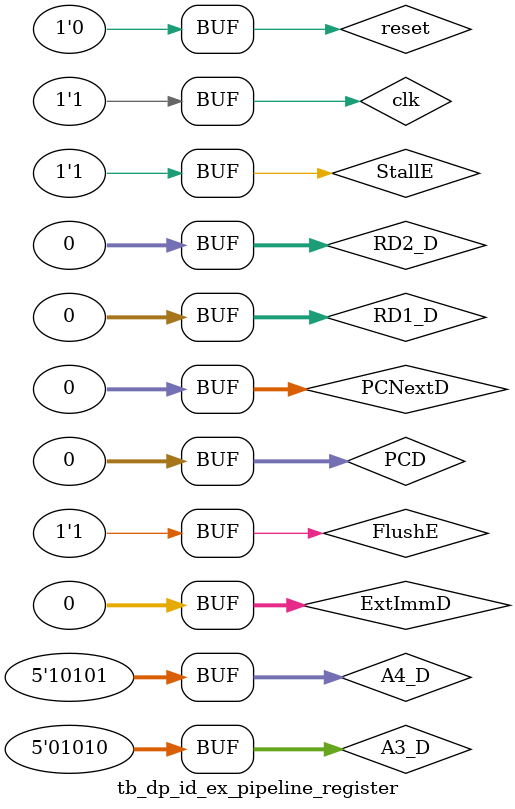
<source format=sv>
`timescale 1ns / 1ps

module tb_dp_id_ex_pipeline_register;

    // Declare inputs
    logic               clk,
                        reset,
                        StallE,
                        FlushE;
    logic [4:0]         A3_D, A4_D;
    logic [31:0]        RD1_D, RD2_D,
                        PCD,
                        PCNextD,
                        ExtImmD;
                        
    // Declare outputs
    logic [4:0]         A3_E, A4_E;
    logic [31:0]        RD1_E, RD2_E,
                        PCE,
                        PCNextE,
                        ExtImmE;
                        
    // Instantiate DUT
    dp_id_ex_pipeline_register dut(
        clk,
        reset,
        StallE,
        FlushE,
        A3_D, A4_D,
        RD1_D, RD2_D,
        PCD,
        PCNextD,
        ExtImmD,
        A3_E, A4_E,
        RD1_E, RD2_E,
        PCE,
        PCNextE,
        ExtImmE
    );
    
// -------------- SIMULATION -------------- //

    initial begin
    
        // Define initial signal states
        clk <= 0;       reset <= 1;     StallE <= 0;    FlushE <= 0;
        A3_D <= 0;      A4_D <= 0;      RD1_D <= 0;     RD2_D <= 0;     PCD <= 0;       PCNextD <= 0;       ExtImmD <= 0;
        #20;
        
        // Begin
        reset = 1'b0;
        
        // Update some inputs, and observe the outputs changing on the next positive clock edge
        A3_D <= 5'b01010;               A4_D <= 5'b10101;
        #20;
        
        // Assert the StallE signal, and observe no change in output when the inputs are changed
        StallE = 1'b1;
        A3_D <= 5'b11111;               A4_D <= 5'b11111;
        #20;
        
        // Update again
        StallE = 1'b0;
        #20;
        
        // Flush the pipeline register, before returning to normal
        FlushE = 1'b1;
        #20;
        FlushE = 1'b0;
        #20;
        
        // Flush and Stall at the same time (shouldn't happen, but testing anyway)
        FlushE <= 1'b1;
        StallE <= 1'b1;
        A3_D <= 5'b01010;               A4_D <= 5'b10101;
        
    end
    
    always begin
        clk <= 0;   #10;    clk <= 1;   #10;
    end

endmodule

</source>
